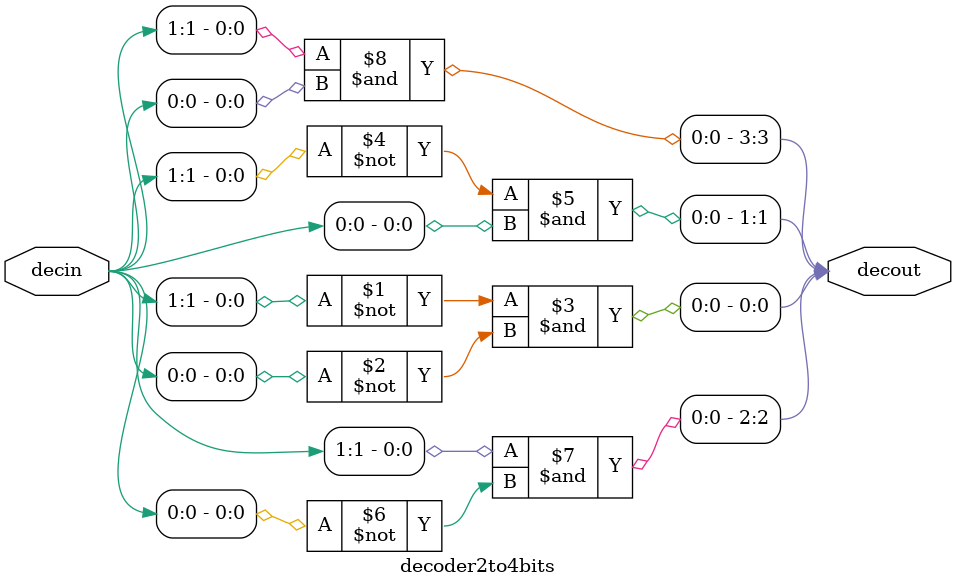
<source format=v>
module decoder2to4bits(decin,decout);
input [1:0] decin;
output [3:0] decout;
assign decout[0] = (~decin[1])&(~decin[0]);
assign decout[1] = (~decin[1])&(decin[0]);
assign decout[2] = (decin[1])&(~decin[0]);
assign decout[3] = (decin[1])&(decin[0]);
    
endmodule
</source>
